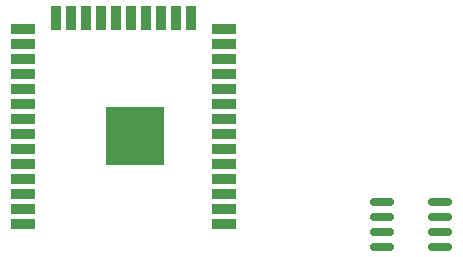
<source format=gbr>
%TF.GenerationSoftware,KiCad,Pcbnew,(6.0.2)*%
%TF.CreationDate,2022-03-14T20:10:21-04:00*%
%TF.ProjectId,Sedna_Hardware,5365646e-615f-4486-9172-64776172652e,1*%
%TF.SameCoordinates,Original*%
%TF.FileFunction,Paste,Top*%
%TF.FilePolarity,Positive*%
%FSLAX46Y46*%
G04 Gerber Fmt 4.6, Leading zero omitted, Abs format (unit mm)*
G04 Created by KiCad (PCBNEW (6.0.2)) date 2022-03-14 20:10:21*
%MOMM*%
%LPD*%
G01*
G04 APERTURE LIST*
G04 Aperture macros list*
%AMRoundRect*
0 Rectangle with rounded corners*
0 $1 Rounding radius*
0 $2 $3 $4 $5 $6 $7 $8 $9 X,Y pos of 4 corners*
0 Add a 4 corners polygon primitive as box body*
4,1,4,$2,$3,$4,$5,$6,$7,$8,$9,$2,$3,0*
0 Add four circle primitives for the rounded corners*
1,1,$1+$1,$2,$3*
1,1,$1+$1,$4,$5*
1,1,$1+$1,$6,$7*
1,1,$1+$1,$8,$9*
0 Add four rect primitives between the rounded corners*
20,1,$1+$1,$2,$3,$4,$5,0*
20,1,$1+$1,$4,$5,$6,$7,0*
20,1,$1+$1,$6,$7,$8,$9,0*
20,1,$1+$1,$8,$9,$2,$3,0*%
G04 Aperture macros list end*
%ADD10R,2.000000X0.900000*%
%ADD11R,0.900000X2.000000*%
%ADD12R,5.000000X5.000000*%
%ADD13RoundRect,0.150000X0.825000X0.150000X-0.825000X0.150000X-0.825000X-0.150000X0.825000X-0.150000X0*%
G04 APERTURE END LIST*
D10*
%TO.C,U2*%
X143125000Y-131021000D03*
X143125000Y-129751000D03*
X143125000Y-128481000D03*
X143125000Y-127211000D03*
X143125000Y-125941000D03*
X143125000Y-124671000D03*
X143125000Y-123401000D03*
X143125000Y-122131000D03*
X143125000Y-120861000D03*
X143125000Y-119591000D03*
X143125000Y-118321000D03*
X143125000Y-117051000D03*
X143125000Y-115781000D03*
X143125000Y-114511000D03*
D11*
X140340000Y-113511000D03*
X139070000Y-113511000D03*
X137800000Y-113511000D03*
X136530000Y-113511000D03*
X135260000Y-113511000D03*
X133990000Y-113511000D03*
X132720000Y-113511000D03*
X131450000Y-113511000D03*
X130180000Y-113511000D03*
X128910000Y-113511000D03*
D10*
X126125000Y-114511000D03*
X126125000Y-115781000D03*
X126125000Y-117051000D03*
X126125000Y-118321000D03*
X126125000Y-119591000D03*
X126125000Y-120861000D03*
X126125000Y-122131000D03*
X126125000Y-123401000D03*
X126125000Y-124671000D03*
X126125000Y-125941000D03*
X126125000Y-127211000D03*
X126125000Y-128481000D03*
X126125000Y-129751000D03*
X126125000Y-131021000D03*
D12*
X135625000Y-123521000D03*
%TD*%
D13*
%TO.C,U3*%
X161484000Y-132969000D03*
X161484000Y-131699000D03*
X161484000Y-130429000D03*
X161484000Y-129159000D03*
X156534000Y-129159000D03*
X156534000Y-130429000D03*
X156534000Y-131699000D03*
X156534000Y-132969000D03*
%TD*%
M02*

</source>
